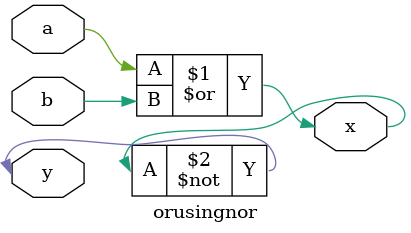
<source format=v>
module orusingnor
(
    input a,
    input b,
    inout y,
    output x
);

assign y = ~(a | b);
assign x = ~(y | y);

endmodule
</source>
